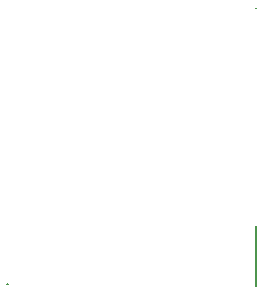
<source format=gbr>
G04 #@! TF.FileFunction,Other,Comment*
%FSLAX46Y46*%
G04 Gerber Fmt 4.6, Leading zero omitted, Abs format (unit mm)*
G04 Created by KiCad (PCBNEW 4.0.6) date Monday, July 30, 2018 'PMt' 08:55:28 PM*
%MOMM*%
%LPD*%
G01*
G04 APERTURE LIST*
%ADD10C,0.100000*%
%ADD11C,0.200000*%
G04 APERTURE END LIST*
D10*
D11*
X147548600Y-94615000D02*
X147574000Y-94615000D01*
X168630600Y-89839800D02*
X168630600Y-89789000D01*
X168554400Y-89712800D02*
X168605200Y-94767400D01*
X168605200Y-71272400D02*
X168605200Y-71221600D01*
M02*

</source>
